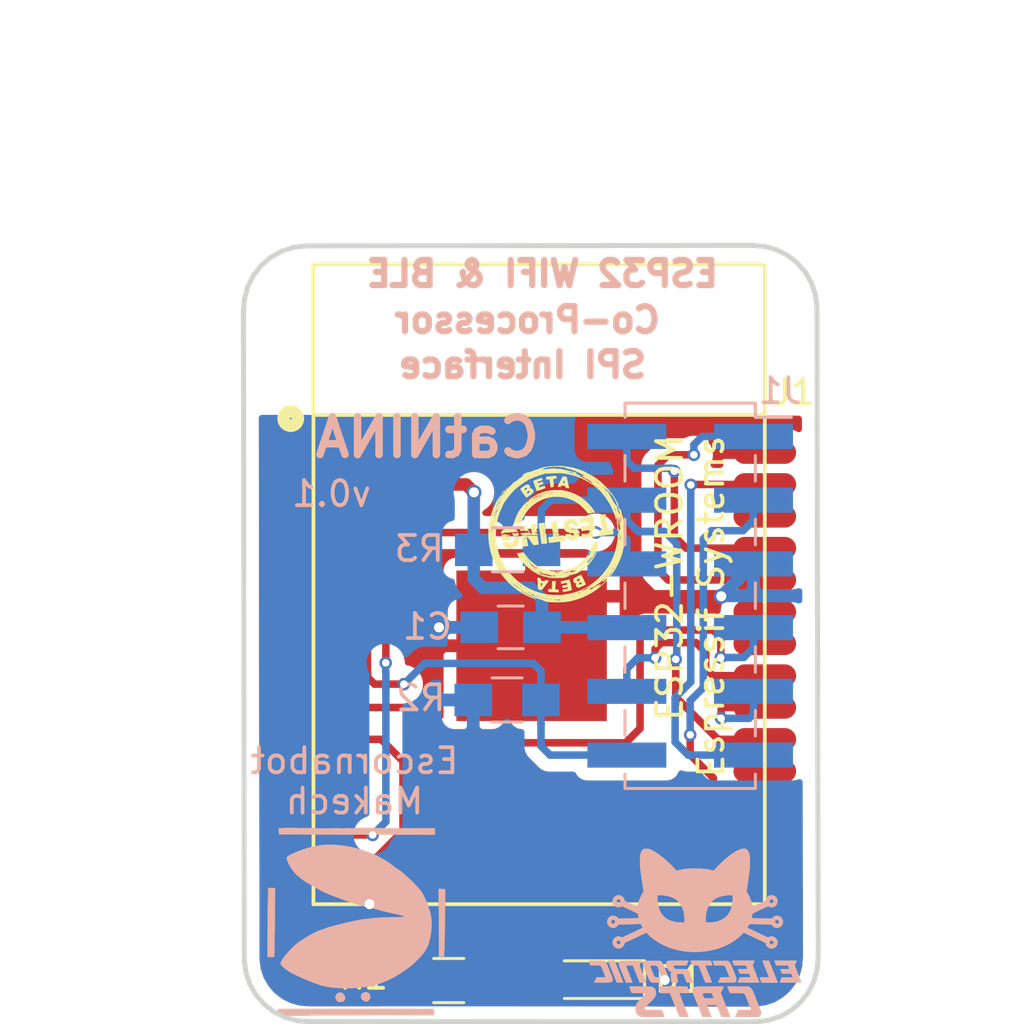
<source format=kicad_pcb>
(kicad_pcb (version 20171130) (host pcbnew "(5.1.2-1)-1")
  (title_block (title CatNINA) (date 2019-05-28) (rev 0.1) (company "Electronic Cats") (comment 4 "Andres Sabas"))
  (layers (0 F.Cu signal hide) (31 B.Cu signal hide) (34 B.Paste user) (35 F.Paste user hide) (36 B.SilkS user) (37 F.SilkS user) (38 B.Mask user) (39 F.Mask user hide) (44 Edge.Cuts user))
  (net 0 "")
  (net 1 +3V3)
  (net 2 GND)
  (net 3 "Net-(D1-Pad2)")
  (net 4 "Net-(U1-Pad36)")
  (net 5 "Net-(U1-Pad33)")
  (net 6 "Net-(U1-Pad32)")
  (net 7 "Net-(U1-Pad28)")
  (net 8 "Net-(U1-Pad27)")
  (net 9 "Net-(U1-Pad26)")
  (net 10 "Net-(U1-Pad24)")
  (net 11 "Net-(U1-Pad23)")
  (net 12 "Net-(U1-Pad22)")
  (net 13 "Net-(U1-Pad21)")
  (net 14 "Net-(U1-Pad20)")
  (net 15 "Net-(U1-Pad19)")
  (net 16 "Net-(U1-Pad18)")
  (net 17 "Net-(U1-Pad17)")
  (net 18 "Net-(U1-Pad14)")
  (net 19 "Net-(U1-Pad12)")
  (net 20 "Net-(U1-Pad11)")
  (net 21 "Net-(U1-Pad8)")
  (net 22 "Net-(U1-Pad6)")
  (net 23 "Net-(U1-Pad5)")
  (net 24 "Net-(U1-Pad4)")
  (net 25 /ESP_GPIO0)
  (net 26 /ESP_RESET)
  (net 27 /ESP_RTS)
  (net 28 /ESP_BUSY)
  (net 29 /ESP_TX)
  (net 30 /ESP_RX)
  (net 31 /ESP_CS)
  (net 32 /IO25)
  (net 33 "Net-(U1-Pad16)")
  (net 34 "Net-(U1-Pad7)")
  (net 35 /ESP_SCK)
  (net 36 /ESP_MOSI)
  (net 37 /ESP_MISO)
  (module Connector_PinHeader_2.54mm:PinHeader_2x06_P2.54mm_Vertical_SMD (layer B.Cu) (at 133.80466 92.56522 180)
    (fp_text reference J1 (at -3.58902 8.1661 180) (layer B.SilkS) (effects (justify mirror)))
    (fp_text value ESP)
    (pad 2 smd rect (at -2.525 6.35 180) (size 3.15 1) (layers B.Cu B.Paste B.Mask) (net 30 /ESP_RX))
    (pad 1 smd rect (at 2.525 6.35 180) (size 3.15 1) (layers B.Cu B.Paste B.Mask) (net 29 /ESP_TX))
    (pad 4 smd rect (at -2.525 3.81 180) (size 3.15 1) (layers B.Cu B.Paste B.Mask) (net 25 /ESP_GPIO0))
    (pad 3 smd rect (at 2.525 3.81 180) (size 3.15 1) (layers B.Cu B.Paste B.Mask) (net 31 /ESP_CS))
    (pad 6 smd rect (at -2.525 1.27 180) (size 3.15 1) (layers B.Cu B.Paste B.Mask) (net 2 GND))
    (pad 5 smd rect (at 2.525 1.27 180) (size 3.15 1) (layers B.Cu B.Paste B.Mask) (net 36 /ESP_MOSI))
    (pad 8 smd rect (at -2.525 -1.27 180) (size 3.15 1) (layers B.Cu B.Paste B.Mask) (net 28 /ESP_BUSY))
    (pad 7 smd rect (at 2.525 -1.27 180) (size 3.15 1) (layers B.Cu B.Paste B.Mask) (net 1 +3V3))
    (pad 10 smd rect (at -2.525 -3.81 180) (size 3.15 1) (layers B.Cu B.Paste B.Mask) (net 35 /ESP_SCK))
    (pad 9 smd rect (at 2.525 -3.81 180) (size 3.15 1) (layers B.Cu B.Paste B.Mask) (net 27 /ESP_RTS))
    (pad 12 smd rect (at -2.525 -6.35 180) (size 3.15 1) (layers B.Cu B.Paste B.Mask) (net 37 /ESP_MISO))
    (pad 11 smd rect (at 2.525 -6.35 180) (size 3.15 1) (layers B.Cu B.Paste B.Mask) (net 26 /ESP_RESET))
  )
  (module Aesthetics:escornabot_8x8 (layer B.Cu) (at 120.5 105.5 180)
    (fp_text reference G*** hide)
    (fp_text value LOGO hide)
  )
  (module ESP32-footprints-Lib:ESP32-WROOM (layer F.Cu) (at 127.77978 92.10802 180)
    (fp_text reference U1 (at -9.99744 7.6581 180) (layer F.SilkS))
    (fp_text value ESP32-WROOM)
    (fp_text user "Espressif Systems" (at -6.858 -0.889 270) (layer F.SilkS))
    (fp_text user ESP32-WROOM (at -5.207 0.254 270) (layer F.SilkS))
    (pad 38 smd oval (at -9 5.25 180) (size 2.5 0.9) (layers F.Cu F.Paste F.Mask) (net 2 GND))
    (pad 37 smd oval (at -9 3.98 180) (size 2.5 0.9) (layers F.Cu F.Paste F.Mask) (net 37 /ESP_MISO))
    (pad 36 smd oval (at -9 2.71 180) (size 2.5 0.9) (layers F.Cu F.Paste F.Mask) (net 4 "Net-(U1-Pad36)"))
    (pad 35 smd oval (at -9 1.44 180) (size 2.5 0.9) (layers F.Cu F.Paste F.Mask) (net 29 /ESP_TX))
    (pad 34 smd oval (at -9 0.17 180) (size 2.5 0.9) (layers F.Cu F.Paste F.Mask) (net 30 /ESP_RX))
    (pad 33 smd oval (at -9 -1.1 180) (size 2.5 0.9) (layers F.Cu F.Paste F.Mask) (net 5 "Net-(U1-Pad33)"))
    (pad 32 smd oval (at -9 -2.37 180) (size 2.5 0.9) (layers F.Cu F.Paste F.Mask) (net 6 "Net-(U1-Pad32)"))
    (pad 31 smd oval (at -9 -3.64 180) (size 2.5 0.9) (layers F.Cu F.Paste F.Mask) (net 27 /ESP_RTS))
    (pad 30 smd oval (at -9 -4.91 180) (size 2.5 0.9) (layers F.Cu F.Paste F.Mask) (net 35 /ESP_SCK))
    (pad 29 smd oval (at -9 -6.18 180) (size 2.5 0.9) (layers F.Cu F.Paste F.Mask) (net 31 /ESP_CS))
    (pad 28 smd oval (at -9 -7.45 180) (size 2.5 0.9) (layers F.Cu F.Paste F.Mask) (net 7 "Net-(U1-Pad28)"))
    (pad 27 smd oval (at -9 -8.72 180) (size 2.5 0.9) (layers F.Cu F.Paste F.Mask) (net 8 "Net-(U1-Pad27)"))
    (pad 26 smd oval (at -9 -9.99 180) (size 2.5 0.9) (layers F.Cu F.Paste F.Mask) (net 9 "Net-(U1-Pad26)"))
    (pad 25 smd oval (at -9 -11.26 180) (size 2.5 0.9) (layers F.Cu F.Paste F.Mask) (net 25 /ESP_GPIO0))
    (pad 24 smd oval (at -5.715 -12.75 180) (size 0.9 2.5) (layers F.Cu F.Paste F.Mask) (net 10 "Net-(U1-Pad24)"))
    (pad 23 smd oval (at -4.445 -12.75 180) (size 0.9 2.5) (layers F.Cu F.Paste F.Mask) (net 11 "Net-(U1-Pad23)"))
    (pad 22 smd oval (at -3.175 -12.75 180) (size 0.9 2.5) (layers F.Cu F.Paste F.Mask) (net 12 "Net-(U1-Pad22)"))
    (pad 21 smd oval (at -1.905 -12.75 180) (size 0.9 2.5) (layers F.Cu F.Paste F.Mask) (net 13 "Net-(U1-Pad21)"))
    (pad 20 smd oval (at -0.635 -12.75 180) (size 0.9 2.5) (layers F.Cu F.Paste F.Mask) (net 14 "Net-(U1-Pad20)"))
    (pad 19 smd oval (at 0.635 -12.75 180) (size 0.9 2.5) (layers F.Cu F.Paste F.Mask) (net 15 "Net-(U1-Pad19)"))
    (pad 18 smd oval (at 1.905 -12.75 180) (size 0.9 2.5) (layers F.Cu F.Paste F.Mask) (net 16 "Net-(U1-Pad18)"))
    (pad 17 smd oval (at 3.175 -12.75 180) (size 0.9 2.5) (layers F.Cu F.Paste F.Mask) (net 17 "Net-(U1-Pad17)"))
    (pad 16 smd oval (at 4.445 -12.75 180) (size 0.9 2.5) (layers F.Cu F.Paste F.Mask) (net 33 "Net-(U1-Pad16)"))
    (pad 15 smd oval (at 5.715 -12.75 180) (size 0.9 2.5) (layers F.Cu F.Paste F.Mask) (net 2 GND))
    (pad 14 smd oval (at 9 -11.26 180) (size 2.5 0.9) (layers F.Cu F.Paste F.Mask) (net 18 "Net-(U1-Pad14)"))
    (pad 13 smd oval (at 9 -9.99 180) (size 2.5 0.9) (layers F.Cu F.Paste F.Mask) (net 36 /ESP_MOSI))
    (pad 12 smd oval (at 9 -8.72 180) (size 2.5 0.9) (layers F.Cu F.Paste F.Mask) (net 19 "Net-(U1-Pad12)"))
    (pad 11 smd oval (at 9 -7.45 180) (size 2.5 0.9) (layers F.Cu F.Paste F.Mask) (net 20 "Net-(U1-Pad11)"))
    (pad 10 smd oval (at 9 -6.18 180) (size 2.5 0.9) (layers F.Cu F.Paste F.Mask) (net 32 /IO25))
    (pad 9 smd oval (at 9 -4.91 180) (size 2.5 0.9) (layers F.Cu F.Paste F.Mask) (net 28 /ESP_BUSY))
    (pad 8 smd oval (at 9 -3.64 180) (size 2.5 0.9) (layers F.Cu F.Paste F.Mask) (net 21 "Net-(U1-Pad8)"))
    (pad 7 smd oval (at 9 -2.37 180) (size 2.5 0.9) (layers F.Cu F.Paste F.Mask) (net 34 "Net-(U1-Pad7)"))
    (pad 6 smd oval (at 9 -1.1 180) (size 2.5 0.9) (layers F.Cu F.Paste F.Mask) (net 22 "Net-(U1-Pad6)"))
    (pad 5 smd oval (at 9 0.17 180) (size 2.5 0.9) (layers F.Cu F.Paste F.Mask) (net 23 "Net-(U1-Pad5)"))
    (pad 4 smd oval (at 9 1.44 180) (size 2.5 0.9) (layers F.Cu F.Paste F.Mask) (net 24 "Net-(U1-Pad4)"))
    (pad 3 smd oval (at 9 2.71 180) (size 2.5 0.9) (layers F.Cu F.Paste F.Mask) (net 26 /ESP_RESET))
    (pad 2 smd oval (at 9 3.98 180) (size 2.5 0.9) (layers F.Cu F.Paste F.Mask) (net 1 +3V3))
    (pad 1 smd oval (at 9 5.25 180) (size 2.5 0.9) (layers F.Cu F.Paste F.Mask) (net 2 GND))
    (pad 39 smd rect (at 0.3 -2.45 180) (size 6 6) (layers F.Cu F.Paste F.Mask) (net 2 GND))
  )
  (module Aesthetics:electronic_cats_logo_8x6 (layer B.Cu) (at 134 106 180)
    (fp_text reference G*** hide)
    (fp_text value LOGO hide)
  )
  (module Aesthetics:beta_testing (layer F.Cu) (at 128.5 90 180)
    (fp_text reference G*** hide)
    (fp_text value LOGO hide)
  )
  (module Capacitors_SMD:C_0805_HandSoldering (layer B.Cu) (at 126.64408 93.82506 180)
    (fp_text reference C1 (at 3.31756 0.03048) (layer B.SilkS) (effects (justify mirror)))
    (fp_text value 0.1uF)
    (pad 2 smd rect (at 1.25 0 180) (size 1.5 1.25) (layers B.Cu B.Paste B.Mask) (net 2 GND))
    (pad 1 smd rect (at -1.25 0 180) (size 1.5 1.25) (layers B.Cu B.Paste B.Mask) (net 1 +3V3))
  )
  (module LEDs:LED_0805_HandSoldering (layer F.Cu) (at 129.78512 107.86618 180)
    (fp_text reference D1 (at -3.58266 0.00254 180) (layer F.SilkS))
    (fp_text value LED)
    (pad 2 smd rect (at 1.35 0 180) (size 1.5 1.3) (layers F.Cu F.Paste F.Mask) (net 3 "Net-(D1-Pad2)"))
    (pad 1 smd rect (at -1.35 0 180) (size 1.5 1.3) (layers F.Cu F.Paste F.Mask) (net 2 GND))
  )
  (module Resistors_SMD:R_0805_HandSoldering (layer F.Cu) (at 124.17426 107.90174)
    (fp_text reference R1 (at -3.3998 -0.1651) (layer F.SilkS))
    (fp_text value 330)
    (pad 2 smd rect (at 1.35 0) (size 1.5 1.3) (layers F.Cu F.Paste F.Mask) (net 3 "Net-(D1-Pad2)"))
    (pad 1 smd rect (at -1.35 0) (size 1.5 1.3) (layers F.Cu F.Paste F.Mask) (net 32 /IO25))
  )
  (module Resistors_SMD:R_0805_HandSoldering (layer B.Cu) (at 126.50344 96.71812 180)
    (fp_text reference R2 (at 3.44298 0.07874 180) (layer B.SilkS) (effects (justify mirror)))
    (fp_text value 10k)
    (pad 1 smd rect (at -1.35 0 180) (size 1.5 1.3) (layers B.Cu B.Paste B.Mask) (net 26 /ESP_RESET))
    (pad 2 smd rect (at 1.35 0 180) (size 1.5 1.3) (layers B.Cu B.Paste B.Mask) (net 2 GND))
  )
  (module Resistors_SMD:R_0805_HandSoldering (layer B.Cu) (at 126.52376 90.73388)
    (fp_text reference R3 (at -3.52424 -0.04572) (layer B.SilkS) (effects (justify mirror)))
    (fp_text value 10K)
    (pad 2 smd rect (at 1.35 0) (size 1.5 1.3) (layers B.Cu B.Paste B.Mask) (net 31 /ESP_CS))
    (pad 1 smd rect (at -1.35 0) (size 1.5 1.3) (layers B.Cu B.Paste B.Mask) (net 1 +3V3))
  )
  (gr_line (start 118.60022 78.61808) (end 118.44714 78.62106) (layer Edge.Cuts) (width 0.2))
  (gr_line (start 116.03184 80.71806) (end 115.9891 81.21396) (layer Edge.Cuts) (width 0.2))
  (gr_line (start 116.68644 79.41106) (end 116.38394 79.80106) (layer Edge.Cuts) (width 0.2))
  (gr_line (start 116.38394 79.80106) (end 116.16294 80.24306) (layer Edge.Cuts) (width 0.2))
  (gr_line (start 118.44714 78.62106) (end 117.95504 78.68506) (layer Edge.Cuts) (width 0.2))
  (gr_line (start 116.16294 80.24306) (end 116.03184 80.71806) (layer Edge.Cuts) (width 0.2))
  (gr_line (start 117.95504 78.68506) (end 117.48724 78.84206) (layer Edge.Cuts) (width 0.2))
  (gr_line (start 117.48724 78.84206) (end 117.05894 79.08806) (layer Edge.Cuts) (width 0.2))
  (gr_line (start 117.05894 79.08806) (end 116.68644 79.41106) (layer Edge.Cuts) (width 0.2))
  (gr_line (start 138.7413 107.92268) (end 138.8724 107.44768) (layer Edge.Cuts) (width 0.2))
  (gr_line (start 136.4571 109.54468) (end 136.9492 109.48068) (layer Edge.Cuts) (width 0.2))
  (gr_line (start 136.9492 109.48068) (end 137.417 109.32368) (layer Edge.Cuts) (width 0.2))
  (gr_line (start 137.417 109.32368) (end 137.8453 109.07768) (layer Edge.Cuts) (width 0.2))
  (gr_line (start 138.5203 108.36468) (end 138.7413 107.92268) (layer Edge.Cuts) (width 0.2))
  (gr_line (start 138.2178 108.75468) (end 138.5203 108.36468) (layer Edge.Cuts) (width 0.2))
  (gr_line (start 136.32688 109.54512) (end 136.4571 109.54468) (layer Edge.Cuts) (width 0.2))
  (gr_line (start 118.61402 109.53634) (end 136.32688 109.54512) (layer Edge.Cuts) (width 0.2))
  (gr_line (start 137.8453 109.07768) (end 138.2178 108.75468) (layer Edge.Cuts) (width 0.2))
  (gr_line (start 138.8724 107.44768) (end 138.9126 106.94162) (layer Edge.Cuts) (width 0.2))
  (gr_line (start 116.02002 106.94404) (end 116.02002 107.08454) (layer Edge.Cuts) (width 0.2))
  (gr_line (start 116.48702 108.47274) (end 116.81002 108.84524) (layer Edge.Cuts) (width 0.2))
  (gr_line (start 116.81002 108.84524) (end 117.20002 109.14774) (layer Edge.Cuts) (width 0.2))
  (gr_line (start 117.20002 109.14774) (end 117.64202 109.36874) (layer Edge.Cuts) (width 0.2))
  (gr_line (start 116.24102 108.04444) (end 116.48702 108.47274) (layer Edge.Cuts) (width 0.2))
  (gr_line (start 115.9891 81.21396) (end 116.02002 106.94404) (layer Edge.Cuts) (width 0.2))
  (gr_line (start 118.11702 109.49984) (end 118.61402 109.53634) (layer Edge.Cuts) (width 0.2))
  (gr_line (start 117.64202 109.36874) (end 118.11702 109.49984) (layer Edge.Cuts) (width 0.2))
  (gr_line (start 116.08402 107.57664) (end 116.24102 108.04444) (layer Edge.Cuts) (width 0.2))
  (gr_line (start 116.02002 107.08454) (end 116.08402 107.57664) (layer Edge.Cuts) (width 0.2))
  (gr_line (start 138.86136 81.19376) (end 138.86136 81.05326) (layer Edge.Cuts) (width 0.2))
  (gr_line (start 138.39436 79.66506) (end 138.07136 79.29256) (layer Edge.Cuts) (width 0.2))
  (gr_line (start 138.07136 79.29256) (end 137.68136 78.99006) (layer Edge.Cuts) (width 0.2))
  (gr_line (start 136.26736 78.60146) (end 118.60022 78.61808) (layer Edge.Cuts) (width 0.2))
  (gr_line (start 137.68136 78.99006) (end 137.23936 78.76906) (layer Edge.Cuts) (width 0.2))
  (gr_line (start 138.64036 80.09336) (end 138.39436 79.66506) (layer Edge.Cuts) (width 0.2))
  (gr_line (start 138.9126 106.94162) (end 138.86136 81.19376) (layer Edge.Cuts) (width 0.2))
  (gr_line (start 136.76436 78.63796) (end 136.26736 78.60146) (layer Edge.Cuts) (width 0.2))
  (gr_line (start 137.23936 78.76906) (end 136.76436 78.63796) (layer Edge.Cuts) (width 0.2))
  (gr_line (start 138.79736 80.56116) (end 138.64036 80.09336) (layer Edge.Cuts) (width 0.2))
  (gr_line (start 138.86136 81.05326) (end 138.79736 80.56116) (layer Edge.Cuts) (width 0.2))
  (gr_text v0.1 (at 119.5 88.5) (layer B.SilkS) (effects (font (size 1 1)) (justify mirror)))
  (gr_text "Escornabot\nMakech" (at 120.41632 99.949) (layer B.SilkS) (effects (font (size 1 1)) (justify mirror)))
  (gr_text "SPI Interface" (at 127.11176 83.36534) (layer B.SilkS) (effects (font (size 1 1) (thickness 0.25)) (justify mirror)))
  (gr_text Co-Processor (at 127.30988 81.5721) (layer B.SilkS) (effects (font (size 1 1) (thickness 0.25)) (justify mirror)))
  (gr_text "ESP32 WIFI & BLE" (at 127.90932 79.7306) (layer B.SilkS) (effects (font (size 1 1) (thickness 0.25)) (justify mirror)))
  (gr_text CatNINA (at 123.32462 86.25586) (layer B.SilkS) (effects (font (size 1.5 1.5) (thickness 0.3)) (justify mirror)))
  (segment (start 125.17376 91.88388) (end 125.5376 92.24772) (width 0.5) (layer B.Cu) (net 1))
  (segment (start 125.17376 90.73388) (end 125.17376 91.88388) (width 0.5) (layer B.Cu) (net 1))
  (segment (start 125.5376 92.24772) (end 127.4572 92.24772) (width 0.5) (layer B.Cu) (net 1))
  (segment (start 127.89408 92.6846) (end 127.89408 93.82506) (width 0.5) (layer B.Cu) (net 1))
  (segment (start 127.4572 92.24772) (end 127.89408 92.6846) (width 0.5) (layer B.Cu) (net 1))
  (segment (start 131.2695 93.82506) (end 131.27966 93.83522) (width 0.5) (layer B.Cu) (net 1))
  (segment (start 127.89408 93.82506) (end 131.2695 93.82506) (width 0.5) (layer B.Cu) (net 1))
  (via (at 125.18136 88.4428) (size 0.6) (drill 0.4) (layers F.Cu B.Cu) (net 1))
  (segment (start 125.17376 90.73388) (end 125.17376 88.4504) (width 0.5) (layer B.Cu) (net 1))
  (segment (start 125.17376 88.4504) (end 125.18136 88.4428) (width 0.5) (layer B.Cu) (net 1))
  (segment (start 124.86658 88.12802) (end 118.77978 88.12802) (width 0.5) (layer F.Cu) (net 1))
  (segment (start 125.18136 88.4428) (end 124.86658 88.12802) (width 0.5) (layer F.Cu) (net 1))
  (via (at 121.01576 104.85628) (size 0.6) (drill 0.4) (layers F.Cu B.Cu) (net 2))
  (segment (start 122.06478 104.85802) (end 121.0175 104.85802) (width 0.3) (layer F.Cu) (net 2))
  (segment (start 121.0175 104.85802) (end 121.01576 104.85628) (width 0.3) (layer F.Cu) (net 2))
  (via (at 123.7869 93.82506) (size 0.6) (drill 0.4) (layers F.Cu B.Cu) (net 2))
  (segment (start 125.39408 93.82506) (end 123.7869 93.82506) (width 0.5) (layer B.Cu) (net 2))
  (segment (start 126.74682 93.82506) (end 127.47978 94.55802) (width 0.5) (layer F.Cu) (net 2))
  (segment (start 123.7869 93.82506) (end 126.74682 93.82506) (width 0.5) (layer F.Cu) (net 2))
  (via (at 135.04418 92.5853) (size 0.6) (drill 0.4) (layers F.Cu B.Cu) (net 2))
  (segment (start 136.32966 91.29522) (end 136.32966 91.29982) (width 0.5) (layer B.Cu) (net 2))
  (segment (start 136.32966 91.29982) (end 135.04418 92.5853) (width 0.5) (layer B.Cu) (net 2))
  (segment (start 129.4525 92.5853) (end 127.47978 94.55802) (width 0.5) (layer F.Cu) (net 2))
  (segment (start 135.04418 92.5853) (end 129.4525 92.5853) (width 0.5) (layer F.Cu) (net 2))
  (via (at 132.78866 107.87888) (size 0.6) (drill 0.4) (layers F.Cu B.Cu) (net 2))
  (segment (start 131.13512 107.86618) (end 132.77596 107.86618) (width 0.5) (layer F.Cu) (net 2))
  (segment (start 132.77596 107.86618) (end 132.78866 107.87888) (width 0.5) (layer F.Cu) (net 2))
  (segment (start 128.39956 107.90174) (end 128.43512 107.86618) (width 0.3) (layer F.Cu) (net 3))
  (segment (start 125.52426 107.90174) (end 128.39956 107.90174) (width 0.3) (layer F.Cu) (net 3))
  (segment (start 136.32966 89.55522) (end 135.913 89.97188) (width 0.3) (layer B.Cu) (net 25))
  (segment (start 136.32966 88.75522) (end 136.32966 89.55522) (width 0.3) (layer B.Cu) (net 25))
  (segment (start 134.65556 89.97188) (end 134.32753 90.29991) (width 0.3) (layer B.Cu) (net 25))
  (segment (start 135.913 89.97188) (end 134.65556 89.97188) (width 0.3) (layer B.Cu) (net 25))
  (segment (start 134.32753 90.29991) (end 134.32753 93.14688) (width 0.3) (layer B.Cu) (net 25))
  (segment (start 134.32753 93.14688) (end 134.32753 96.22827) (width 0.3) (layer B.Cu) (net 25))
  (via (at 133.804661 98.1075) (size 0.5) (drill 0.3) (layers F.Cu B.Cu) (net 25))
  (segment (start 134.32753 96.22827) (end 133.804661 96.751139) (width 0.3) (layer B.Cu) (net 25))
  (segment (start 133.804661 96.751139) (end 133.804661 98.1075) (width 0.3) (layer B.Cu) (net 25))
  (segment (start 135.22978 103.36802) (end 134.72668 102.86492) (width 0.3) (layer F.Cu) (net 25))
  (segment (start 136.77978 103.36802) (end 135.22978 103.36802) (width 0.3) (layer F.Cu) (net 25))
  (segment (start 134.72668 99.827078) (end 133.804661 98.905059) (width 0.3) (layer F.Cu) (net 25))
  (segment (start 134.72668 102.86492) (end 134.72668 99.827078) (width 0.3) (layer F.Cu) (net 25))
  (segment (start 133.804661 98.1075) (end 133.804661 98.905059) (width 0.3) (layer F.Cu) (net 25))
  (segment (start 119.57978 89.39802) (end 119.59012 89.38768) (width 0.3) (layer F.Cu) (net 26))
  (segment (start 118.77978 89.39802) (end 119.57978 89.39802) (width 0.3) (layer F.Cu) (net 26))
  (segment (start 119.59012 89.38768) (end 120.35536 89.38768) (width 0.3) (layer F.Cu) (net 26))
  (segment (start 120.35536 89.38768) (end 120.93702 89.96934) (width 0.3) (layer F.Cu) (net 26))
  (segment (start 120.93702 89.96934) (end 120.93702 95.403942) (width 0.3) (layer F.Cu) (net 26))
  (segment (start 120.93702 95.403942) (end 120.93702 95.8088) (width 0.3) (layer F.Cu) (net 26))
  (via (at 122.38736 96.0882) (size 0.5) (drill 0.3) (layers F.Cu B.Cu) (net 26))
  (segment (start 120.93702 95.8088) (end 121.21642 96.0882) (width 0.3) (layer F.Cu) (net 26))
  (segment (start 121.21642 96.0882) (end 122.38736 96.0882) (width 0.3) (layer F.Cu) (net 26))
  (segment (start 122.38736 96.0882) (end 123.2154 95.26016) (width 0.3) (layer B.Cu) (net 26))
  (segment (start 123.2154 95.26016) (end 127.55372 95.26016) (width 0.3) (layer B.Cu) (net 26))
  (segment (start 127.85344 95.55988) (end 127.85344 96.71812) (width 0.3) (layer B.Cu) (net 26))
  (segment (start 127.55372 95.26016) (end 127.85344 95.55988) (width 0.3) (layer B.Cu) (net 26))
  (segment (start 127.85344 97.66812) (end 127.85598 97.67066) (width 0.3) (layer B.Cu) (net 26))
  (segment (start 127.85344 96.71812) (end 127.85344 97.66812) (width 0.3) (layer B.Cu) (net 26))
  (segment (start 127.85598 97.67066) (end 127.85598 98.55708) (width 0.3) (layer B.Cu) (net 26))
  (segment (start 128.21412 98.91522) (end 131.27966 98.91522) (width 0.3) (layer B.Cu) (net 26))
  (segment (start 127.85598 98.55708) (end 128.21412 98.91522) (width 0.3) (layer B.Cu) (net 26))
  (via (at 132.40512 95.03918) (size 0.5) (drill 0.3) (layers F.Cu B.Cu) (net 27))
  (segment (start 132.40512 95.03918) (end 131.71678 95.03918) (width 0.3) (layer B.Cu) (net 27))
  (segment (start 131.27966 95.4763) (end 131.27966 96.37522) (width 0.3) (layer B.Cu) (net 27))
  (segment (start 131.71678 95.03918) (end 131.27966 95.4763) (width 0.3) (layer B.Cu) (net 27))
  (segment (start 134.70654 95.74802) (end 136.77978 95.74802) (width 0.3) (layer F.Cu) (net 27))
  (segment (start 132.40512 95.03918) (end 132.40512 94.685627) (width 0.3) (layer F.Cu) (net 27))
  (segment (start 132.40512 94.685627) (end 132.658627 94.43212) (width 0.3) (layer F.Cu) (net 27))
  (segment (start 132.658627 94.43212) (end 134.03326 94.43212) (width 0.3) (layer F.Cu) (net 27))
  (segment (start 134.03326 94.43212) (end 134.42442 94.82328) (width 0.3) (layer F.Cu) (net 27))
  (segment (start 134.42442 94.82328) (end 134.42442 95.4659) (width 0.3) (layer F.Cu) (net 27))
  (segment (start 134.42442 95.4659) (end 134.70654 95.74802) (width 0.3) (layer F.Cu) (net 27))
  (segment (start 136.32966 93.83522) (end 135.77062 93.83522) (width 0.3) (layer B.Cu) (net 28))
  (segment (start 136.32966 94.63522) (end 136.32966 93.83522) (width 0.3) (layer B.Cu) (net 28))
  (segment (start 135.202345 95.024001) (end 135.940879 95.024001) (width 0.3) (layer B.Cu) (net 28))
  (segment (start 135.940879 95.024001) (end 136.32966 94.63522) (width 0.3) (layer B.Cu) (net 28))
  (via (at 135.02442 95.030801) (size 0.5) (drill 0.3) (layers F.Cu B.Cu) (net 28))
  (segment (start 135.202345 95.024001) (end 135.03122 95.024001) (width 0.3) (layer B.Cu) (net 28))
  (segment (start 135.03122 95.024001) (end 135.02442 95.030801) (width 0.3) (layer B.Cu) (net 28))
  (segment (start 132.04915 93.93211) (end 134.72197 93.93211) (width 0.3) (layer F.Cu) (net 28))
  (segment (start 118.77978 97.01802) (end 122.38718 97.01802) (width 0.3) (layer F.Cu) (net 28))
  (segment (start 122.38718 97.01802) (end 123.79416 98.425) (width 0.3) (layer F.Cu) (net 28))
  (segment (start 134.72197 93.93211) (end 135.02442 94.23456) (width 0.3) (layer F.Cu) (net 28))
  (segment (start 123.79416 98.425) (end 131.23164 98.425) (width 0.3) (layer F.Cu) (net 28))
  (segment (start 131.23164 98.425) (end 131.805119 97.851521) (width 0.3) (layer F.Cu) (net 28))
  (segment (start 131.805119 97.851521) (end 131.805119 94.176141) (width 0.3) (layer F.Cu) (net 28))
  (segment (start 135.02442 94.23456) (end 135.02442 95.030801) (width 0.3) (layer F.Cu) (net 28))
  (segment (start 131.805119 94.176141) (end 132.04915 93.93211) (width 0.3) (layer F.Cu) (net 28))
  (segment (start 131.27966 87.19034) (end 131.27966 86.21522) (width 0.3) (layer B.Cu) (net 29))
  (segment (start 131.572 87.48268) (end 131.27966 87.19034) (width 0.3) (layer B.Cu) (net 29))
  (segment (start 131.572 87.48268) (end 132.61594 87.48268) (width 0.3) (layer B.Cu) (net 29))
  (via (at 133.1722 87.59698) (size 0.5) (drill 0.3) (layers F.Cu B.Cu) (net 29))
  (segment (start 132.61594 87.48268) (end 133.0579 87.48268) (width 0.3) (layer B.Cu) (net 29))
  (segment (start 133.0579 87.48268) (end 133.1722 87.59698) (width 0.3) (layer B.Cu) (net 29))
  (segment (start 133.1722 90.1983) (end 133.64192 90.66802) (width 0.3) (layer F.Cu) (net 29))
  (segment (start 133.1722 87.59698) (end 133.1722 90.1983) (width 0.3) (layer F.Cu) (net 29))
  (segment (start 133.64192 90.66802) (end 136.77978 90.66802) (width 0.3) (layer F.Cu) (net 29))
  (segment (start 134.28218 86.21522) (end 136.32966 86.21522) (width 0.3) (layer B.Cu) (net 30))
  (segment (start 133.95198 86.54542) (end 134.28218 86.21522) (width 0.3) (layer B.Cu) (net 30))
  (via (at 133.95198 86.94674) (size 0.5) (drill 0.3) (layers F.Cu B.Cu) (net 30))
  (segment (start 133.95198 86.54542) (end 133.95198 86.94674) (width 0.3) (layer B.Cu) (net 30))
  (segment (start 135.22978 91.93802) (end 136.77978 91.93802) (width 0.3) (layer F.Cu) (net 30))
  (segment (start 133.95198 86.94674) (end 132.934438 86.94674) (width 0.3) (layer F.Cu) (net 30))
  (segment (start 132.934438 86.94674) (end 132.51942 87.361758) (width 0.3) (layer F.Cu) (net 30))
  (segment (start 132.51942 87.361758) (end 132.51942 91.53398) (width 0.3) (layer F.Cu) (net 30))
  (segment (start 132.51942 91.53398) (end 132.92074 91.9353) (width 0.3) (layer F.Cu) (net 30))
  (segment (start 132.92074 91.9353) (end 135.22706 91.9353) (width 0.3) (layer F.Cu) (net 30))
  (segment (start 135.22706 91.9353) (end 135.22978 91.93802) (width 0.3) (layer F.Cu) (net 30))
  (segment (start 131.26188 88.73744) (end 131.27966 88.75522) (width 0.3) (layer B.Cu) (net 31))
  (segment (start 131.27966 89.55522) (end 131.72934 90.0049) (width 0.3) (layer B.Cu) (net 31))
  (segment (start 131.27966 88.75522) (end 131.27966 89.55522) (width 0.3) (layer B.Cu) (net 31))
  (segment (start 132.784342 90.0049) (end 133.26872 90.489278) (width 0.3) (layer B.Cu) (net 31))
  (segment (start 131.87934 90.0049) (end 132.784342 90.0049) (width 0.3) (layer B.Cu) (net 31))
  (segment (start 131.87934 90.0049) (end 132.74802 90.0049) (width 0.3) (layer B.Cu) (net 31))
  (segment (start 131.72934 90.0049) (end 131.87934 90.0049) (width 0.3) (layer B.Cu) (net 31))
  (segment (start 133.26872 90.489278) (end 133.26872 94.86114) (width 0.3) (layer B.Cu) (net 31))
  (via (at 133.22752 95.0976) (size 0.5) (drill 0.3) (layers F.Cu B.Cu) (net 31))
  (segment (start 133.26872 94.86114) (end 133.26872 95.0564) (width 0.3) (layer B.Cu) (net 31))
  (segment (start 133.26872 95.0564) (end 133.22752 95.0976) (width 0.3) (layer B.Cu) (net 31))
  (segment (start 134.915478 98.28802) (end 136.77978 98.28802) (width 0.3) (layer F.Cu) (net 31))
  (segment (start 133.22752 96.600062) (end 134.915478 98.28802) (width 0.3) (layer F.Cu) (net 31))
  (segment (start 133.22752 95.0976) (end 133.22752 96.600062) (width 0.3) (layer F.Cu) (net 31))
  (segment (start 127.87376 89.78388) (end 127.8636 89.77372) (width 0.3) (layer B.Cu) (net 31))
  (segment (start 127.87376 90.73388) (end 127.87376 89.78388) (width 0.3) (layer B.Cu) (net 31))
  (segment (start 127.8636 89.77372) (end 127.8636 89.13622) (width 0.3) (layer B.Cu) (net 31))
  (segment (start 128.2446 88.75522) (end 131.27966 88.75522) (width 0.3) (layer B.Cu) (net 31))
  (segment (start 127.8636 89.13622) (end 128.2446 88.75522) (width 0.3) (layer B.Cu) (net 31))
  (segment (start 121.0945 107.90174) (end 122.82426 107.90174) (width 0.3) (layer F.Cu) (net 32))
  (segment (start 118.77978 98.28802) (end 121.47822 98.28802) (width 0.3) (layer F.Cu) (net 32))
  (segment (start 121.47822 98.28802) (end 122.3518 99.1616) (width 0.3) (layer F.Cu) (net 32))
  (segment (start 122.3518 99.1616) (end 122.3518 101.93628) (width 0.3) (layer F.Cu) (net 32))
  (segment (start 122.3518 101.93628) (end 120.24029 104.04779) (width 0.3) (layer F.Cu) (net 32))
  (segment (start 120.24029 104.04779) (end 120.24029 107.04753) (width 0.3) (layer F.Cu) (net 32))
  (segment (start 120.24029 107.04753) (end 121.0945 107.90174) (width 0.3) (layer F.Cu) (net 32))
  (segment (start 136.77978 97.01802) (end 135.47072 97.01802) (width 0.3) (layer F.Cu) (net 35))
  (via (at 135.0391 97.44964) (size 0.5) (drill 0.3) (layers F.Cu B.Cu) (net 35))
  (segment (start 136.32966 97.27414) (end 136.32966 96.37522) (width 0.3) (layer B.Cu) (net 35))
  (segment (start 135.117167 97.01802) (end 135.47072 97.01802) (width 0.3) (layer F.Cu) (net 35))
  (segment (start 135.0391 97.096087) (end 135.117167 97.01802) (width 0.3) (layer F.Cu) (net 35))
  (segment (start 135.0391 97.44964) (end 135.0391 97.096087) (width 0.3) (layer F.Cu) (net 35))
  (segment (start 136.15416 97.44964) (end 136.32966 97.27414) (width 0.3) (layer B.Cu) (net 35))
  (segment (start 135.0391 97.44964) (end 136.15416 97.44964) (width 0.3) (layer B.Cu) (net 35))
  (via (at 130.04546 90.04554) (size 0.5) (drill 0.3) (layers F.Cu B.Cu) (net 36))
  (segment (start 130.04546 90.04554) (end 122.4026 90.04554) (width 0.3) (layer F.Cu) (net 36))
  (segment (start 122.4026 90.04554) (end 121.66854 90.7796) (width 0.3) (layer F.Cu) (net 36))
  (segment (start 121.1404 102.09802) (end 118.77978 102.09802) (width 0.3) (layer F.Cu) (net 36))
  (via (at 121.66092 95.23984) (size 0.5) (drill 0.3) (layers F.Cu B.Cu) (net 36))
  (segment (start 121.66854 90.7796) (end 121.66854 95.23222) (width 0.3) (layer F.Cu) (net 36))
  (segment (start 121.66854 95.23222) (end 121.66092 95.23984) (width 0.3) (layer F.Cu) (net 36))
  (segment (start 121.66854 95.601013) (end 121.66854 96.29394) (width 0.3) (layer B.Cu) (net 36))
  (segment (start 121.66092 95.593393) (end 121.66854 95.601013) (width 0.3) (layer B.Cu) (net 36))
  (segment (start 121.66092 95.23984) (end 121.66092 95.593393) (width 0.3) (layer B.Cu) (net 36))
  (segment (start 121.66854 96.00946) (end 121.66854 96.29394) (width 0.3) (layer B.Cu) (net 36))
  (segment (start 130.04546 90.04554) (end 130.99542 90.04554) (width 0.3) (layer B.Cu) (net 36))
  (segment (start 131.27966 90.32978) (end 131.27966 91.29522) (width 0.3) (layer B.Cu) (net 36))
  (segment (start 130.99542 90.04554) (end 131.27966 90.32978) (width 0.3) (layer B.Cu) (net 36))
  (segment (start 121.66854 101.56988) (end 121.1404 102.09802) (width 0.3) (layer B.Cu) (net 36))
  (segment (start 121.66854 96.29394) (end 121.66854 101.56988) (width 0.3) (layer B.Cu) (net 36))
  (via (at 121.1404 102.09802) (size 0.5) (drill 0.3) (layers F.Cu B.Cu) (net 36))
  (via (at 133.82752 88.14562) (size 0.5) (drill 0.3) (layers F.Cu B.Cu) (net 37))
  (segment (start 136.77978 88.12802) (end 133.84512 88.12802) (width 0.3) (layer F.Cu) (net 37))
  (segment (start 133.84512 88.12802) (end 133.82752 88.14562) (width 0.3) (layer F.Cu) (net 37))
  (segment (start 133.82752 88.14562) (end 133.82752 95.9993) (width 0.3) (layer B.Cu) (net 37))
  (segment (start 133.49732 96.3295) (end 133.254661 96.572159) (width 0.3) (layer B.Cu) (net 37))
  (segment (start 133.20466 98.395501) (end 133.20466 96.62216) (width 0.3) (layer B.Cu) (net 37))
  (segment (start 133.20466 96.62216) (end 133.54304 96.28378) (width 0.3) (layer B.Cu) (net 37))
  (segment (start 133.724379 98.91522) (end 133.20466 98.395501) (width 0.3) (layer B.Cu) (net 37))
  (segment (start 133.93928 98.91522) (end 133.724379 98.91522) (width 0.3) (layer B.Cu) (net 37))
  (segment (start 136.32966 98.91522) (end 133.93928 98.91522) (width 0.3) (layer B.Cu) (net 37))
  (segment (start 133.82752 95.9993) (end 133.54304 96.28378) (width 0.3) (layer B.Cu) (net 37))
  (segment (start 133.54304 96.28378) (end 133.49732 96.3295) (width 0.3) (layer B.Cu) (net 37))
  (zone (net 2) (net_name GND) (layer B.Cu) (connect_pads (clearance 0.508)) (min_thickness 0.254) (fill yes (arc_segments 32) (thermal_gap 0.508) (thermal_bridge_width 0.508))
    (polygon (pts (xy 115.98148 85.35416) (xy 138.8491 85.38718) (xy 138.93038 107.09402) (xy 138.79322 107.71378) (xy 138.50112 108.38688) (xy 138.09726 108.87202) (xy 137.73912 109.1692) (xy 137.20318 109.40796) (xy 136.44118 109.56036) (xy 135.92302 109.56036) (xy 118.26494 109.5629) (xy 117.8052 109.4613) (xy 117.35308 109.1819) (xy 116.60124 108.61548) (xy 116.2685 108.05922) (xy 116.03482 107.43692) (xy 116.00434 106.77652)))
  )
  (zone (net 2) (net_name GND) (layer F.Cu) (connect_pads (clearance 0.508)) (min_thickness 0.254) (fill yes (arc_segments 32) (thermal_gap 0.508) (thermal_bridge_width 0.508))
    (polygon (pts (xy 115.98402 85.35924) (xy 138.8491 85.38718) (xy 138.92022 107.11434) (xy 138.80084 107.71632) (xy 138.50112 108.37672) (xy 138.13282 108.84916) (xy 137.66038 109.21746) (xy 137.18032 109.43082) (xy 136.43356 109.56036) (xy 118.26494 109.55782) (xy 117.78234 109.45876) (xy 117.33022 109.19968) (xy 116.60378 108.62818) (xy 116.25326 108.07446) (xy 116.03228 107.442) (xy 115.98656 106.80192)))
  )
)
</source>
